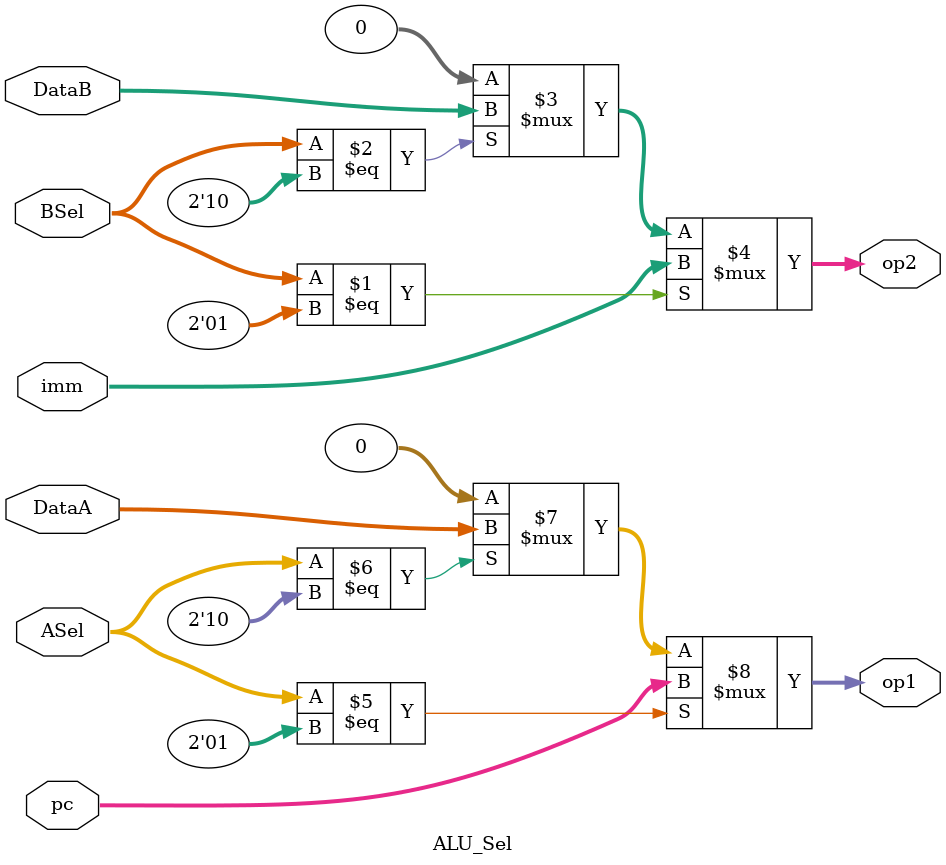
<source format=v>
module ALU_Sel (
    input [31:0] imm, pc, DataA, DataB,
    // input ASel, BSel,
    input [1:0] ASel, BSel,
    output [31:0] op1, op2
);
    localparam other_sel = 2'b01;
    localparam data_sel = 2'b10;
    localparam no_sel = 2'b00;
    assign op2 = (BSel == other_sel) ? imm :
                 (BSel == data_sel) ? DataB : 32'b0;
    assign op1 = (ASel == other_sel) ? pc :
                 (ASel == data_sel) ? DataA : 32'b0;
endmodule
</source>
